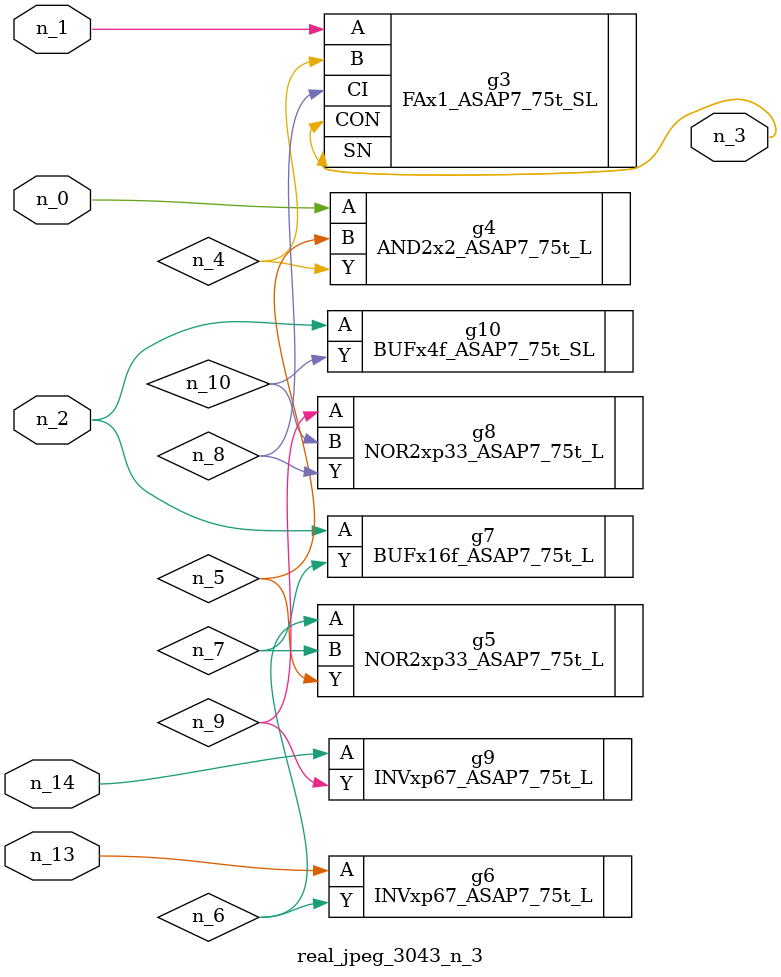
<source format=v>
module real_jpeg_3043_n_3 (n_0, n_1, n_14, n_2, n_13, n_3);

input n_0;
input n_1;
input n_14;
input n_2;
input n_13;

output n_3;

wire n_5;
wire n_8;
wire n_4;
wire n_6;
wire n_7;
wire n_10;
wire n_9;

AND2x2_ASAP7_75t_L g4 ( 
.A(n_0),
.B(n_5),
.Y(n_4)
);

FAx1_ASAP7_75t_SL g3 ( 
.A(n_1),
.B(n_4),
.CI(n_8),
.CON(n_3),
.SN(n_3)
);

BUFx16f_ASAP7_75t_L g7 ( 
.A(n_2),
.Y(n_7)
);

BUFx4f_ASAP7_75t_SL g10 ( 
.A(n_2),
.Y(n_10)
);

NOR2xp33_ASAP7_75t_L g5 ( 
.A(n_6),
.B(n_7),
.Y(n_5)
);

NOR2xp33_ASAP7_75t_L g8 ( 
.A(n_9),
.B(n_10),
.Y(n_8)
);

INVxp67_ASAP7_75t_L g6 ( 
.A(n_13),
.Y(n_6)
);

INVxp67_ASAP7_75t_L g9 ( 
.A(n_14),
.Y(n_9)
);


endmodule
</source>
